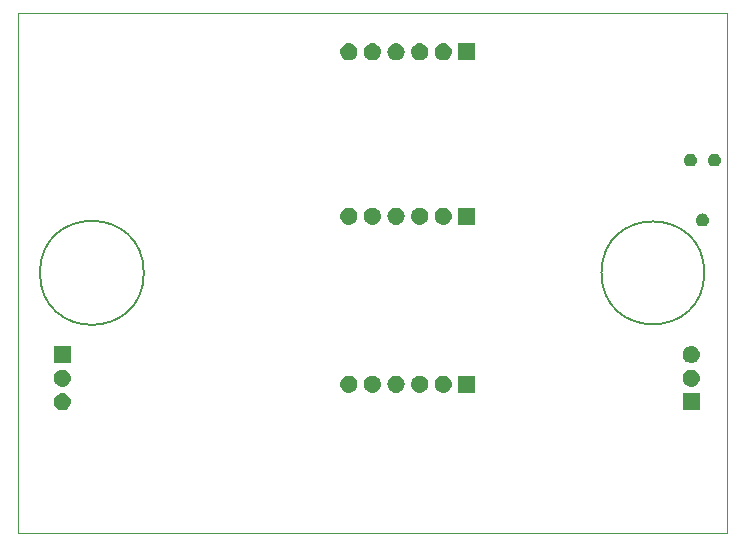
<source format=gbs>
G04 #@! TF.GenerationSoftware,KiCad,Pcbnew,5.1.2*
G04 #@! TF.CreationDate,2019-05-22T13:07:44+02:00*
G04 #@! TF.ProjectId,PAC5523,50414335-3532-4332-9e6b-696361645f70,rev?*
G04 #@! TF.SameCoordinates,Original*
G04 #@! TF.FileFunction,Soldermask,Bot*
G04 #@! TF.FilePolarity,Negative*
%FSLAX46Y46*%
G04 Gerber Fmt 4.6, Leading zero omitted, Abs format (unit mm)*
G04 Created by KiCad (PCBNEW 5.1.2) date 2019-05-22 13:07:44*
%MOMM*%
%LPD*%
G04 APERTURE LIST*
%ADD10C,0.150000*%
%ADD11C,0.050000*%
%ADD12C,0.100000*%
G04 APERTURE END LIST*
D10*
X30650284Y-45000000D02*
G75*
G03X30650284Y-45000000I-4400284J0D01*
G01*
X78104595Y-45000000D02*
G75*
G03X78104595Y-45000000I-4354595J0D01*
G01*
D11*
X20000000Y-23000000D02*
X80000000Y-23000000D01*
X20000000Y-67000000D02*
X20000000Y-23000000D01*
X80000000Y-67000000D02*
X20000000Y-67000000D01*
X80000000Y-23000000D02*
X80000000Y-67000000D01*
D12*
G36*
X77726000Y-56636000D02*
G01*
X76274000Y-56636000D01*
X76274000Y-55184000D01*
X77726000Y-55184000D01*
X77726000Y-56636000D01*
X77726000Y-56636000D01*
G37*
G36*
X23821213Y-55187502D02*
G01*
X23892321Y-55194505D01*
X24029172Y-55236019D01*
X24029175Y-55236020D01*
X24155294Y-55303432D01*
X24265843Y-55394157D01*
X24356568Y-55504706D01*
X24423980Y-55630825D01*
X24423981Y-55630828D01*
X24465495Y-55767679D01*
X24479512Y-55910000D01*
X24465495Y-56052321D01*
X24423981Y-56189172D01*
X24423980Y-56189175D01*
X24356568Y-56315294D01*
X24265843Y-56425843D01*
X24155294Y-56516568D01*
X24029175Y-56583980D01*
X24029172Y-56583981D01*
X23892321Y-56625495D01*
X23821213Y-56632498D01*
X23785660Y-56636000D01*
X23714340Y-56636000D01*
X23678787Y-56632498D01*
X23607679Y-56625495D01*
X23470828Y-56583981D01*
X23470825Y-56583980D01*
X23344706Y-56516568D01*
X23234157Y-56425843D01*
X23143432Y-56315294D01*
X23076020Y-56189175D01*
X23076019Y-56189172D01*
X23034505Y-56052321D01*
X23020488Y-55910000D01*
X23034505Y-55767679D01*
X23076019Y-55630828D01*
X23076020Y-55630825D01*
X23143432Y-55504706D01*
X23234157Y-55394157D01*
X23344706Y-55303432D01*
X23470825Y-55236020D01*
X23470828Y-55236019D01*
X23607679Y-55194505D01*
X23678787Y-55187502D01*
X23714340Y-55184000D01*
X23785660Y-55184000D01*
X23821213Y-55187502D01*
X23821213Y-55187502D01*
G37*
G36*
X58726000Y-55146000D02*
G01*
X57274000Y-55146000D01*
X57274000Y-53694000D01*
X58726000Y-53694000D01*
X58726000Y-55146000D01*
X58726000Y-55146000D01*
G37*
G36*
X48071213Y-53697502D02*
G01*
X48142321Y-53704505D01*
X48279172Y-53746019D01*
X48279175Y-53746020D01*
X48405294Y-53813432D01*
X48515843Y-53904157D01*
X48606568Y-54014706D01*
X48673980Y-54140825D01*
X48673981Y-54140828D01*
X48715495Y-54277679D01*
X48729512Y-54420000D01*
X48715495Y-54562321D01*
X48708924Y-54583981D01*
X48673980Y-54699175D01*
X48606568Y-54825294D01*
X48515843Y-54935843D01*
X48405294Y-55026568D01*
X48279175Y-55093980D01*
X48279172Y-55093981D01*
X48142321Y-55135495D01*
X48071213Y-55142498D01*
X48035660Y-55146000D01*
X47964340Y-55146000D01*
X47928787Y-55142498D01*
X47857679Y-55135495D01*
X47720828Y-55093981D01*
X47720825Y-55093980D01*
X47594706Y-55026568D01*
X47484157Y-54935843D01*
X47393432Y-54825294D01*
X47326020Y-54699175D01*
X47291076Y-54583981D01*
X47284505Y-54562321D01*
X47270488Y-54420000D01*
X47284505Y-54277679D01*
X47326019Y-54140828D01*
X47326020Y-54140825D01*
X47393432Y-54014706D01*
X47484157Y-53904157D01*
X47594706Y-53813432D01*
X47720825Y-53746020D01*
X47720828Y-53746019D01*
X47857679Y-53704505D01*
X47928787Y-53697502D01*
X47964340Y-53694000D01*
X48035660Y-53694000D01*
X48071213Y-53697502D01*
X48071213Y-53697502D01*
G37*
G36*
X50071213Y-53697502D02*
G01*
X50142321Y-53704505D01*
X50279172Y-53746019D01*
X50279175Y-53746020D01*
X50405294Y-53813432D01*
X50515843Y-53904157D01*
X50606568Y-54014706D01*
X50673980Y-54140825D01*
X50673981Y-54140828D01*
X50715495Y-54277679D01*
X50729512Y-54420000D01*
X50715495Y-54562321D01*
X50708924Y-54583981D01*
X50673980Y-54699175D01*
X50606568Y-54825294D01*
X50515843Y-54935843D01*
X50405294Y-55026568D01*
X50279175Y-55093980D01*
X50279172Y-55093981D01*
X50142321Y-55135495D01*
X50071213Y-55142498D01*
X50035660Y-55146000D01*
X49964340Y-55146000D01*
X49928787Y-55142498D01*
X49857679Y-55135495D01*
X49720828Y-55093981D01*
X49720825Y-55093980D01*
X49594706Y-55026568D01*
X49484157Y-54935843D01*
X49393432Y-54825294D01*
X49326020Y-54699175D01*
X49291076Y-54583981D01*
X49284505Y-54562321D01*
X49270488Y-54420000D01*
X49284505Y-54277679D01*
X49326019Y-54140828D01*
X49326020Y-54140825D01*
X49393432Y-54014706D01*
X49484157Y-53904157D01*
X49594706Y-53813432D01*
X49720825Y-53746020D01*
X49720828Y-53746019D01*
X49857679Y-53704505D01*
X49928787Y-53697502D01*
X49964340Y-53694000D01*
X50035660Y-53694000D01*
X50071213Y-53697502D01*
X50071213Y-53697502D01*
G37*
G36*
X52071213Y-53697502D02*
G01*
X52142321Y-53704505D01*
X52279172Y-53746019D01*
X52279175Y-53746020D01*
X52405294Y-53813432D01*
X52515843Y-53904157D01*
X52606568Y-54014706D01*
X52673980Y-54140825D01*
X52673981Y-54140828D01*
X52715495Y-54277679D01*
X52729512Y-54420000D01*
X52715495Y-54562321D01*
X52708924Y-54583981D01*
X52673980Y-54699175D01*
X52606568Y-54825294D01*
X52515843Y-54935843D01*
X52405294Y-55026568D01*
X52279175Y-55093980D01*
X52279172Y-55093981D01*
X52142321Y-55135495D01*
X52071213Y-55142498D01*
X52035660Y-55146000D01*
X51964340Y-55146000D01*
X51928787Y-55142498D01*
X51857679Y-55135495D01*
X51720828Y-55093981D01*
X51720825Y-55093980D01*
X51594706Y-55026568D01*
X51484157Y-54935843D01*
X51393432Y-54825294D01*
X51326020Y-54699175D01*
X51291076Y-54583981D01*
X51284505Y-54562321D01*
X51270488Y-54420000D01*
X51284505Y-54277679D01*
X51326019Y-54140828D01*
X51326020Y-54140825D01*
X51393432Y-54014706D01*
X51484157Y-53904157D01*
X51594706Y-53813432D01*
X51720825Y-53746020D01*
X51720828Y-53746019D01*
X51857679Y-53704505D01*
X51928787Y-53697502D01*
X51964340Y-53694000D01*
X52035660Y-53694000D01*
X52071213Y-53697502D01*
X52071213Y-53697502D01*
G37*
G36*
X54071213Y-53697502D02*
G01*
X54142321Y-53704505D01*
X54279172Y-53746019D01*
X54279175Y-53746020D01*
X54405294Y-53813432D01*
X54515843Y-53904157D01*
X54606568Y-54014706D01*
X54673980Y-54140825D01*
X54673981Y-54140828D01*
X54715495Y-54277679D01*
X54729512Y-54420000D01*
X54715495Y-54562321D01*
X54708924Y-54583981D01*
X54673980Y-54699175D01*
X54606568Y-54825294D01*
X54515843Y-54935843D01*
X54405294Y-55026568D01*
X54279175Y-55093980D01*
X54279172Y-55093981D01*
X54142321Y-55135495D01*
X54071213Y-55142498D01*
X54035660Y-55146000D01*
X53964340Y-55146000D01*
X53928787Y-55142498D01*
X53857679Y-55135495D01*
X53720828Y-55093981D01*
X53720825Y-55093980D01*
X53594706Y-55026568D01*
X53484157Y-54935843D01*
X53393432Y-54825294D01*
X53326020Y-54699175D01*
X53291076Y-54583981D01*
X53284505Y-54562321D01*
X53270488Y-54420000D01*
X53284505Y-54277679D01*
X53326019Y-54140828D01*
X53326020Y-54140825D01*
X53393432Y-54014706D01*
X53484157Y-53904157D01*
X53594706Y-53813432D01*
X53720825Y-53746020D01*
X53720828Y-53746019D01*
X53857679Y-53704505D01*
X53928787Y-53697502D01*
X53964340Y-53694000D01*
X54035660Y-53694000D01*
X54071213Y-53697502D01*
X54071213Y-53697502D01*
G37*
G36*
X56071213Y-53697502D02*
G01*
X56142321Y-53704505D01*
X56279172Y-53746019D01*
X56279175Y-53746020D01*
X56405294Y-53813432D01*
X56515843Y-53904157D01*
X56606568Y-54014706D01*
X56673980Y-54140825D01*
X56673981Y-54140828D01*
X56715495Y-54277679D01*
X56729512Y-54420000D01*
X56715495Y-54562321D01*
X56708924Y-54583981D01*
X56673980Y-54699175D01*
X56606568Y-54825294D01*
X56515843Y-54935843D01*
X56405294Y-55026568D01*
X56279175Y-55093980D01*
X56279172Y-55093981D01*
X56142321Y-55135495D01*
X56071213Y-55142498D01*
X56035660Y-55146000D01*
X55964340Y-55146000D01*
X55928787Y-55142498D01*
X55857679Y-55135495D01*
X55720828Y-55093981D01*
X55720825Y-55093980D01*
X55594706Y-55026568D01*
X55484157Y-54935843D01*
X55393432Y-54825294D01*
X55326020Y-54699175D01*
X55291076Y-54583981D01*
X55284505Y-54562321D01*
X55270488Y-54420000D01*
X55284505Y-54277679D01*
X55326019Y-54140828D01*
X55326020Y-54140825D01*
X55393432Y-54014706D01*
X55484157Y-53904157D01*
X55594706Y-53813432D01*
X55720825Y-53746020D01*
X55720828Y-53746019D01*
X55857679Y-53704505D01*
X55928787Y-53697502D01*
X55964340Y-53694000D01*
X56035660Y-53694000D01*
X56071213Y-53697502D01*
X56071213Y-53697502D01*
G37*
G36*
X77071213Y-53187502D02*
G01*
X77142321Y-53194505D01*
X77279172Y-53236019D01*
X77279175Y-53236020D01*
X77405294Y-53303432D01*
X77515843Y-53394157D01*
X77606568Y-53504706D01*
X77673980Y-53630825D01*
X77673981Y-53630828D01*
X77715495Y-53767679D01*
X77729512Y-53910000D01*
X77715495Y-54052321D01*
X77688647Y-54140825D01*
X77673980Y-54189175D01*
X77606568Y-54315294D01*
X77515843Y-54425843D01*
X77405294Y-54516568D01*
X77279175Y-54583980D01*
X77279172Y-54583981D01*
X77142321Y-54625495D01*
X77071213Y-54632498D01*
X77035660Y-54636000D01*
X76964340Y-54636000D01*
X76928787Y-54632498D01*
X76857679Y-54625495D01*
X76720828Y-54583981D01*
X76720825Y-54583980D01*
X76594706Y-54516568D01*
X76484157Y-54425843D01*
X76393432Y-54315294D01*
X76326020Y-54189175D01*
X76311353Y-54140825D01*
X76284505Y-54052321D01*
X76270488Y-53910000D01*
X76284505Y-53767679D01*
X76326019Y-53630828D01*
X76326020Y-53630825D01*
X76393432Y-53504706D01*
X76484157Y-53394157D01*
X76594706Y-53303432D01*
X76720825Y-53236020D01*
X76720828Y-53236019D01*
X76857679Y-53194505D01*
X76928787Y-53187502D01*
X76964340Y-53184000D01*
X77035660Y-53184000D01*
X77071213Y-53187502D01*
X77071213Y-53187502D01*
G37*
G36*
X23821213Y-53187502D02*
G01*
X23892321Y-53194505D01*
X24029172Y-53236019D01*
X24029175Y-53236020D01*
X24155294Y-53303432D01*
X24265843Y-53394157D01*
X24356568Y-53504706D01*
X24423980Y-53630825D01*
X24423981Y-53630828D01*
X24465495Y-53767679D01*
X24479512Y-53910000D01*
X24465495Y-54052321D01*
X24438647Y-54140825D01*
X24423980Y-54189175D01*
X24356568Y-54315294D01*
X24265843Y-54425843D01*
X24155294Y-54516568D01*
X24029175Y-54583980D01*
X24029172Y-54583981D01*
X23892321Y-54625495D01*
X23821213Y-54632498D01*
X23785660Y-54636000D01*
X23714340Y-54636000D01*
X23678787Y-54632498D01*
X23607679Y-54625495D01*
X23470828Y-54583981D01*
X23470825Y-54583980D01*
X23344706Y-54516568D01*
X23234157Y-54425843D01*
X23143432Y-54315294D01*
X23076020Y-54189175D01*
X23061353Y-54140825D01*
X23034505Y-54052321D01*
X23020488Y-53910000D01*
X23034505Y-53767679D01*
X23076019Y-53630828D01*
X23076020Y-53630825D01*
X23143432Y-53504706D01*
X23234157Y-53394157D01*
X23344706Y-53303432D01*
X23470825Y-53236020D01*
X23470828Y-53236019D01*
X23607679Y-53194505D01*
X23678787Y-53187502D01*
X23714340Y-53184000D01*
X23785660Y-53184000D01*
X23821213Y-53187502D01*
X23821213Y-53187502D01*
G37*
G36*
X24476000Y-52636000D02*
G01*
X23024000Y-52636000D01*
X23024000Y-51184000D01*
X24476000Y-51184000D01*
X24476000Y-52636000D01*
X24476000Y-52636000D01*
G37*
G36*
X77071213Y-51187502D02*
G01*
X77142321Y-51194505D01*
X77279172Y-51236019D01*
X77279175Y-51236020D01*
X77405294Y-51303432D01*
X77515843Y-51394157D01*
X77606568Y-51504706D01*
X77673980Y-51630825D01*
X77673981Y-51630828D01*
X77715495Y-51767679D01*
X77729512Y-51910000D01*
X77715495Y-52052321D01*
X77673981Y-52189172D01*
X77673980Y-52189175D01*
X77606568Y-52315294D01*
X77515843Y-52425843D01*
X77405294Y-52516568D01*
X77279175Y-52583980D01*
X77279172Y-52583981D01*
X77142321Y-52625495D01*
X77071213Y-52632498D01*
X77035660Y-52636000D01*
X76964340Y-52636000D01*
X76928787Y-52632498D01*
X76857679Y-52625495D01*
X76720828Y-52583981D01*
X76720825Y-52583980D01*
X76594706Y-52516568D01*
X76484157Y-52425843D01*
X76393432Y-52315294D01*
X76326020Y-52189175D01*
X76326019Y-52189172D01*
X76284505Y-52052321D01*
X76270488Y-51910000D01*
X76284505Y-51767679D01*
X76326019Y-51630828D01*
X76326020Y-51630825D01*
X76393432Y-51504706D01*
X76484157Y-51394157D01*
X76594706Y-51303432D01*
X76720825Y-51236020D01*
X76720828Y-51236019D01*
X76857679Y-51194505D01*
X76928787Y-51187502D01*
X76964340Y-51184000D01*
X77035660Y-51184000D01*
X77071213Y-51187502D01*
X77071213Y-51187502D01*
G37*
G36*
X78056330Y-39985442D02*
G01*
X78108979Y-39995915D01*
X78142042Y-40009610D01*
X78208170Y-40037001D01*
X78297434Y-40096645D01*
X78373355Y-40172566D01*
X78432999Y-40261830D01*
X78474085Y-40361022D01*
X78495030Y-40466318D01*
X78495030Y-40573682D01*
X78474085Y-40678978D01*
X78432999Y-40778170D01*
X78373355Y-40867434D01*
X78297434Y-40943355D01*
X78208170Y-41002999D01*
X78142042Y-41030390D01*
X78108979Y-41044085D01*
X78056330Y-41054558D01*
X78003682Y-41065030D01*
X77896318Y-41065030D01*
X77843670Y-41054558D01*
X77791021Y-41044085D01*
X77757958Y-41030390D01*
X77691830Y-41002999D01*
X77602566Y-40943355D01*
X77526645Y-40867434D01*
X77467001Y-40778170D01*
X77425915Y-40678978D01*
X77404970Y-40573682D01*
X77404970Y-40466318D01*
X77425915Y-40361022D01*
X77467001Y-40261830D01*
X77526645Y-40172566D01*
X77602566Y-40096645D01*
X77691830Y-40037001D01*
X77757958Y-40009610D01*
X77791021Y-39995915D01*
X77843670Y-39985442D01*
X77896318Y-39974970D01*
X78003682Y-39974970D01*
X78056330Y-39985442D01*
X78056330Y-39985442D01*
G37*
G36*
X48071213Y-39477502D02*
G01*
X48142321Y-39484505D01*
X48279172Y-39526019D01*
X48279175Y-39526020D01*
X48405294Y-39593432D01*
X48515843Y-39684157D01*
X48606568Y-39794706D01*
X48673980Y-39920825D01*
X48673981Y-39920828D01*
X48715495Y-40057679D01*
X48729512Y-40200000D01*
X48715495Y-40342321D01*
X48677880Y-40466318D01*
X48673980Y-40479175D01*
X48606568Y-40605294D01*
X48515843Y-40715843D01*
X48405294Y-40806568D01*
X48279175Y-40873980D01*
X48279172Y-40873981D01*
X48142321Y-40915495D01*
X48071213Y-40922498D01*
X48035660Y-40926000D01*
X47964340Y-40926000D01*
X47928787Y-40922498D01*
X47857679Y-40915495D01*
X47720828Y-40873981D01*
X47720825Y-40873980D01*
X47594706Y-40806568D01*
X47484157Y-40715843D01*
X47393432Y-40605294D01*
X47326020Y-40479175D01*
X47322120Y-40466318D01*
X47284505Y-40342321D01*
X47270488Y-40200000D01*
X47284505Y-40057679D01*
X47326019Y-39920828D01*
X47326020Y-39920825D01*
X47393432Y-39794706D01*
X47484157Y-39684157D01*
X47594706Y-39593432D01*
X47720825Y-39526020D01*
X47720828Y-39526019D01*
X47857679Y-39484505D01*
X47928787Y-39477502D01*
X47964340Y-39474000D01*
X48035660Y-39474000D01*
X48071213Y-39477502D01*
X48071213Y-39477502D01*
G37*
G36*
X52071213Y-39477502D02*
G01*
X52142321Y-39484505D01*
X52279172Y-39526019D01*
X52279175Y-39526020D01*
X52405294Y-39593432D01*
X52515843Y-39684157D01*
X52606568Y-39794706D01*
X52673980Y-39920825D01*
X52673981Y-39920828D01*
X52715495Y-40057679D01*
X52729512Y-40200000D01*
X52715495Y-40342321D01*
X52677880Y-40466318D01*
X52673980Y-40479175D01*
X52606568Y-40605294D01*
X52515843Y-40715843D01*
X52405294Y-40806568D01*
X52279175Y-40873980D01*
X52279172Y-40873981D01*
X52142321Y-40915495D01*
X52071213Y-40922498D01*
X52035660Y-40926000D01*
X51964340Y-40926000D01*
X51928787Y-40922498D01*
X51857679Y-40915495D01*
X51720828Y-40873981D01*
X51720825Y-40873980D01*
X51594706Y-40806568D01*
X51484157Y-40715843D01*
X51393432Y-40605294D01*
X51326020Y-40479175D01*
X51322120Y-40466318D01*
X51284505Y-40342321D01*
X51270488Y-40200000D01*
X51284505Y-40057679D01*
X51326019Y-39920828D01*
X51326020Y-39920825D01*
X51393432Y-39794706D01*
X51484157Y-39684157D01*
X51594706Y-39593432D01*
X51720825Y-39526020D01*
X51720828Y-39526019D01*
X51857679Y-39484505D01*
X51928787Y-39477502D01*
X51964340Y-39474000D01*
X52035660Y-39474000D01*
X52071213Y-39477502D01*
X52071213Y-39477502D01*
G37*
G36*
X54071213Y-39477502D02*
G01*
X54142321Y-39484505D01*
X54279172Y-39526019D01*
X54279175Y-39526020D01*
X54405294Y-39593432D01*
X54515843Y-39684157D01*
X54606568Y-39794706D01*
X54673980Y-39920825D01*
X54673981Y-39920828D01*
X54715495Y-40057679D01*
X54729512Y-40200000D01*
X54715495Y-40342321D01*
X54677880Y-40466318D01*
X54673980Y-40479175D01*
X54606568Y-40605294D01*
X54515843Y-40715843D01*
X54405294Y-40806568D01*
X54279175Y-40873980D01*
X54279172Y-40873981D01*
X54142321Y-40915495D01*
X54071213Y-40922498D01*
X54035660Y-40926000D01*
X53964340Y-40926000D01*
X53928787Y-40922498D01*
X53857679Y-40915495D01*
X53720828Y-40873981D01*
X53720825Y-40873980D01*
X53594706Y-40806568D01*
X53484157Y-40715843D01*
X53393432Y-40605294D01*
X53326020Y-40479175D01*
X53322120Y-40466318D01*
X53284505Y-40342321D01*
X53270488Y-40200000D01*
X53284505Y-40057679D01*
X53326019Y-39920828D01*
X53326020Y-39920825D01*
X53393432Y-39794706D01*
X53484157Y-39684157D01*
X53594706Y-39593432D01*
X53720825Y-39526020D01*
X53720828Y-39526019D01*
X53857679Y-39484505D01*
X53928787Y-39477502D01*
X53964340Y-39474000D01*
X54035660Y-39474000D01*
X54071213Y-39477502D01*
X54071213Y-39477502D01*
G37*
G36*
X50071213Y-39477502D02*
G01*
X50142321Y-39484505D01*
X50279172Y-39526019D01*
X50279175Y-39526020D01*
X50405294Y-39593432D01*
X50515843Y-39684157D01*
X50606568Y-39794706D01*
X50673980Y-39920825D01*
X50673981Y-39920828D01*
X50715495Y-40057679D01*
X50729512Y-40200000D01*
X50715495Y-40342321D01*
X50677880Y-40466318D01*
X50673980Y-40479175D01*
X50606568Y-40605294D01*
X50515843Y-40715843D01*
X50405294Y-40806568D01*
X50279175Y-40873980D01*
X50279172Y-40873981D01*
X50142321Y-40915495D01*
X50071213Y-40922498D01*
X50035660Y-40926000D01*
X49964340Y-40926000D01*
X49928787Y-40922498D01*
X49857679Y-40915495D01*
X49720828Y-40873981D01*
X49720825Y-40873980D01*
X49594706Y-40806568D01*
X49484157Y-40715843D01*
X49393432Y-40605294D01*
X49326020Y-40479175D01*
X49322120Y-40466318D01*
X49284505Y-40342321D01*
X49270488Y-40200000D01*
X49284505Y-40057679D01*
X49326019Y-39920828D01*
X49326020Y-39920825D01*
X49393432Y-39794706D01*
X49484157Y-39684157D01*
X49594706Y-39593432D01*
X49720825Y-39526020D01*
X49720828Y-39526019D01*
X49857679Y-39484505D01*
X49928787Y-39477502D01*
X49964340Y-39474000D01*
X50035660Y-39474000D01*
X50071213Y-39477502D01*
X50071213Y-39477502D01*
G37*
G36*
X56071213Y-39477502D02*
G01*
X56142321Y-39484505D01*
X56279172Y-39526019D01*
X56279175Y-39526020D01*
X56405294Y-39593432D01*
X56515843Y-39684157D01*
X56606568Y-39794706D01*
X56673980Y-39920825D01*
X56673981Y-39920828D01*
X56715495Y-40057679D01*
X56729512Y-40200000D01*
X56715495Y-40342321D01*
X56677880Y-40466318D01*
X56673980Y-40479175D01*
X56606568Y-40605294D01*
X56515843Y-40715843D01*
X56405294Y-40806568D01*
X56279175Y-40873980D01*
X56279172Y-40873981D01*
X56142321Y-40915495D01*
X56071213Y-40922498D01*
X56035660Y-40926000D01*
X55964340Y-40926000D01*
X55928787Y-40922498D01*
X55857679Y-40915495D01*
X55720828Y-40873981D01*
X55720825Y-40873980D01*
X55594706Y-40806568D01*
X55484157Y-40715843D01*
X55393432Y-40605294D01*
X55326020Y-40479175D01*
X55322120Y-40466318D01*
X55284505Y-40342321D01*
X55270488Y-40200000D01*
X55284505Y-40057679D01*
X55326019Y-39920828D01*
X55326020Y-39920825D01*
X55393432Y-39794706D01*
X55484157Y-39684157D01*
X55594706Y-39593432D01*
X55720825Y-39526020D01*
X55720828Y-39526019D01*
X55857679Y-39484505D01*
X55928787Y-39477502D01*
X55964340Y-39474000D01*
X56035660Y-39474000D01*
X56071213Y-39477502D01*
X56071213Y-39477502D01*
G37*
G36*
X58726000Y-40926000D02*
G01*
X57274000Y-40926000D01*
X57274000Y-39474000D01*
X58726000Y-39474000D01*
X58726000Y-40926000D01*
X58726000Y-40926000D01*
G37*
G36*
X79124609Y-34917136D02*
G01*
X79223567Y-34958126D01*
X79312627Y-35017634D01*
X79388366Y-35093373D01*
X79447874Y-35182433D01*
X79488864Y-35281391D01*
X79509760Y-35386444D01*
X79509760Y-35493556D01*
X79488864Y-35598609D01*
X79447874Y-35697567D01*
X79388366Y-35786627D01*
X79312627Y-35862366D01*
X79223567Y-35921874D01*
X79223566Y-35921875D01*
X79223565Y-35921875D01*
X79124609Y-35962864D01*
X79019557Y-35983760D01*
X78912443Y-35983760D01*
X78807391Y-35962864D01*
X78708435Y-35921875D01*
X78708434Y-35921875D01*
X78708433Y-35921874D01*
X78619373Y-35862366D01*
X78543634Y-35786627D01*
X78484126Y-35697567D01*
X78443136Y-35598609D01*
X78422240Y-35493556D01*
X78422240Y-35386444D01*
X78443136Y-35281391D01*
X78484126Y-35182433D01*
X78543634Y-35093373D01*
X78619373Y-35017634D01*
X78708433Y-34958126D01*
X78807391Y-34917136D01*
X78912443Y-34896240D01*
X79019557Y-34896240D01*
X79124609Y-34917136D01*
X79124609Y-34917136D01*
G37*
G36*
X77092609Y-34917136D02*
G01*
X77191567Y-34958126D01*
X77280627Y-35017634D01*
X77356366Y-35093373D01*
X77415874Y-35182433D01*
X77456864Y-35281391D01*
X77477760Y-35386444D01*
X77477760Y-35493556D01*
X77456864Y-35598609D01*
X77415874Y-35697567D01*
X77356366Y-35786627D01*
X77280627Y-35862366D01*
X77191567Y-35921874D01*
X77191566Y-35921875D01*
X77191565Y-35921875D01*
X77092609Y-35962864D01*
X76987557Y-35983760D01*
X76880443Y-35983760D01*
X76775391Y-35962864D01*
X76676435Y-35921875D01*
X76676434Y-35921875D01*
X76676433Y-35921874D01*
X76587373Y-35862366D01*
X76511634Y-35786627D01*
X76452126Y-35697567D01*
X76411136Y-35598609D01*
X76390240Y-35493556D01*
X76390240Y-35386444D01*
X76411136Y-35281391D01*
X76452126Y-35182433D01*
X76511634Y-35093373D01*
X76587373Y-35017634D01*
X76676433Y-34958126D01*
X76775391Y-34917136D01*
X76880443Y-34896240D01*
X76987557Y-34896240D01*
X77092609Y-34917136D01*
X77092609Y-34917136D01*
G37*
G36*
X48071213Y-25557502D02*
G01*
X48142321Y-25564505D01*
X48279172Y-25606019D01*
X48279175Y-25606020D01*
X48405294Y-25673432D01*
X48515843Y-25764157D01*
X48606568Y-25874706D01*
X48673980Y-26000825D01*
X48673981Y-26000828D01*
X48715495Y-26137679D01*
X48729512Y-26280000D01*
X48715495Y-26422321D01*
X48673981Y-26559172D01*
X48673980Y-26559175D01*
X48606568Y-26685294D01*
X48515843Y-26795843D01*
X48405294Y-26886568D01*
X48279175Y-26953980D01*
X48279172Y-26953981D01*
X48142321Y-26995495D01*
X48071213Y-27002498D01*
X48035660Y-27006000D01*
X47964340Y-27006000D01*
X47928787Y-27002498D01*
X47857679Y-26995495D01*
X47720828Y-26953981D01*
X47720825Y-26953980D01*
X47594706Y-26886568D01*
X47484157Y-26795843D01*
X47393432Y-26685294D01*
X47326020Y-26559175D01*
X47326019Y-26559172D01*
X47284505Y-26422321D01*
X47270488Y-26280000D01*
X47284505Y-26137679D01*
X47326019Y-26000828D01*
X47326020Y-26000825D01*
X47393432Y-25874706D01*
X47484157Y-25764157D01*
X47594706Y-25673432D01*
X47720825Y-25606020D01*
X47720828Y-25606019D01*
X47857679Y-25564505D01*
X47928787Y-25557502D01*
X47964340Y-25554000D01*
X48035660Y-25554000D01*
X48071213Y-25557502D01*
X48071213Y-25557502D01*
G37*
G36*
X50071213Y-25557502D02*
G01*
X50142321Y-25564505D01*
X50279172Y-25606019D01*
X50279175Y-25606020D01*
X50405294Y-25673432D01*
X50515843Y-25764157D01*
X50606568Y-25874706D01*
X50673980Y-26000825D01*
X50673981Y-26000828D01*
X50715495Y-26137679D01*
X50729512Y-26280000D01*
X50715495Y-26422321D01*
X50673981Y-26559172D01*
X50673980Y-26559175D01*
X50606568Y-26685294D01*
X50515843Y-26795843D01*
X50405294Y-26886568D01*
X50279175Y-26953980D01*
X50279172Y-26953981D01*
X50142321Y-26995495D01*
X50071213Y-27002498D01*
X50035660Y-27006000D01*
X49964340Y-27006000D01*
X49928787Y-27002498D01*
X49857679Y-26995495D01*
X49720828Y-26953981D01*
X49720825Y-26953980D01*
X49594706Y-26886568D01*
X49484157Y-26795843D01*
X49393432Y-26685294D01*
X49326020Y-26559175D01*
X49326019Y-26559172D01*
X49284505Y-26422321D01*
X49270488Y-26280000D01*
X49284505Y-26137679D01*
X49326019Y-26000828D01*
X49326020Y-26000825D01*
X49393432Y-25874706D01*
X49484157Y-25764157D01*
X49594706Y-25673432D01*
X49720825Y-25606020D01*
X49720828Y-25606019D01*
X49857679Y-25564505D01*
X49928787Y-25557502D01*
X49964340Y-25554000D01*
X50035660Y-25554000D01*
X50071213Y-25557502D01*
X50071213Y-25557502D01*
G37*
G36*
X52071213Y-25557502D02*
G01*
X52142321Y-25564505D01*
X52279172Y-25606019D01*
X52279175Y-25606020D01*
X52405294Y-25673432D01*
X52515843Y-25764157D01*
X52606568Y-25874706D01*
X52673980Y-26000825D01*
X52673981Y-26000828D01*
X52715495Y-26137679D01*
X52729512Y-26280000D01*
X52715495Y-26422321D01*
X52673981Y-26559172D01*
X52673980Y-26559175D01*
X52606568Y-26685294D01*
X52515843Y-26795843D01*
X52405294Y-26886568D01*
X52279175Y-26953980D01*
X52279172Y-26953981D01*
X52142321Y-26995495D01*
X52071213Y-27002498D01*
X52035660Y-27006000D01*
X51964340Y-27006000D01*
X51928787Y-27002498D01*
X51857679Y-26995495D01*
X51720828Y-26953981D01*
X51720825Y-26953980D01*
X51594706Y-26886568D01*
X51484157Y-26795843D01*
X51393432Y-26685294D01*
X51326020Y-26559175D01*
X51326019Y-26559172D01*
X51284505Y-26422321D01*
X51270488Y-26280000D01*
X51284505Y-26137679D01*
X51326019Y-26000828D01*
X51326020Y-26000825D01*
X51393432Y-25874706D01*
X51484157Y-25764157D01*
X51594706Y-25673432D01*
X51720825Y-25606020D01*
X51720828Y-25606019D01*
X51857679Y-25564505D01*
X51928787Y-25557502D01*
X51964340Y-25554000D01*
X52035660Y-25554000D01*
X52071213Y-25557502D01*
X52071213Y-25557502D01*
G37*
G36*
X54071213Y-25557502D02*
G01*
X54142321Y-25564505D01*
X54279172Y-25606019D01*
X54279175Y-25606020D01*
X54405294Y-25673432D01*
X54515843Y-25764157D01*
X54606568Y-25874706D01*
X54673980Y-26000825D01*
X54673981Y-26000828D01*
X54715495Y-26137679D01*
X54729512Y-26280000D01*
X54715495Y-26422321D01*
X54673981Y-26559172D01*
X54673980Y-26559175D01*
X54606568Y-26685294D01*
X54515843Y-26795843D01*
X54405294Y-26886568D01*
X54279175Y-26953980D01*
X54279172Y-26953981D01*
X54142321Y-26995495D01*
X54071213Y-27002498D01*
X54035660Y-27006000D01*
X53964340Y-27006000D01*
X53928787Y-27002498D01*
X53857679Y-26995495D01*
X53720828Y-26953981D01*
X53720825Y-26953980D01*
X53594706Y-26886568D01*
X53484157Y-26795843D01*
X53393432Y-26685294D01*
X53326020Y-26559175D01*
X53326019Y-26559172D01*
X53284505Y-26422321D01*
X53270488Y-26280000D01*
X53284505Y-26137679D01*
X53326019Y-26000828D01*
X53326020Y-26000825D01*
X53393432Y-25874706D01*
X53484157Y-25764157D01*
X53594706Y-25673432D01*
X53720825Y-25606020D01*
X53720828Y-25606019D01*
X53857679Y-25564505D01*
X53928787Y-25557502D01*
X53964340Y-25554000D01*
X54035660Y-25554000D01*
X54071213Y-25557502D01*
X54071213Y-25557502D01*
G37*
G36*
X56071213Y-25557502D02*
G01*
X56142321Y-25564505D01*
X56279172Y-25606019D01*
X56279175Y-25606020D01*
X56405294Y-25673432D01*
X56515843Y-25764157D01*
X56606568Y-25874706D01*
X56673980Y-26000825D01*
X56673981Y-26000828D01*
X56715495Y-26137679D01*
X56729512Y-26280000D01*
X56715495Y-26422321D01*
X56673981Y-26559172D01*
X56673980Y-26559175D01*
X56606568Y-26685294D01*
X56515843Y-26795843D01*
X56405294Y-26886568D01*
X56279175Y-26953980D01*
X56279172Y-26953981D01*
X56142321Y-26995495D01*
X56071213Y-27002498D01*
X56035660Y-27006000D01*
X55964340Y-27006000D01*
X55928787Y-27002498D01*
X55857679Y-26995495D01*
X55720828Y-26953981D01*
X55720825Y-26953980D01*
X55594706Y-26886568D01*
X55484157Y-26795843D01*
X55393432Y-26685294D01*
X55326020Y-26559175D01*
X55326019Y-26559172D01*
X55284505Y-26422321D01*
X55270488Y-26280000D01*
X55284505Y-26137679D01*
X55326019Y-26000828D01*
X55326020Y-26000825D01*
X55393432Y-25874706D01*
X55484157Y-25764157D01*
X55594706Y-25673432D01*
X55720825Y-25606020D01*
X55720828Y-25606019D01*
X55857679Y-25564505D01*
X55928787Y-25557502D01*
X55964340Y-25554000D01*
X56035660Y-25554000D01*
X56071213Y-25557502D01*
X56071213Y-25557502D01*
G37*
G36*
X58726000Y-27006000D02*
G01*
X57274000Y-27006000D01*
X57274000Y-25554000D01*
X58726000Y-25554000D01*
X58726000Y-27006000D01*
X58726000Y-27006000D01*
G37*
M02*

</source>
